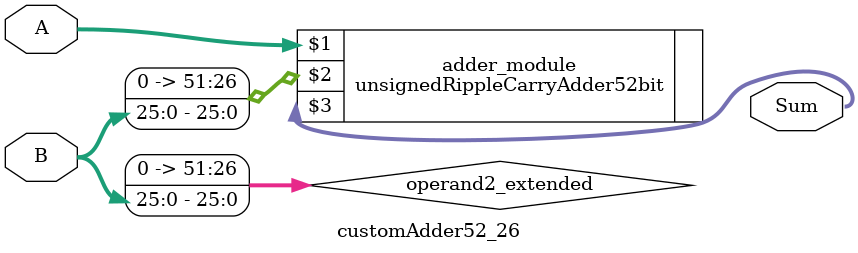
<source format=v>
module customAdder52_26(
                        input [51 : 0] A,
                        input [25 : 0] B,
                        
                        output [52 : 0] Sum
                );

        wire [51 : 0] operand2_extended;
        
        assign operand2_extended =  {26'b0, B};
        
        unsignedRippleCarryAdder52bit adder_module(
            A,
            operand2_extended,
            Sum
        );
        
        endmodule
        
</source>
